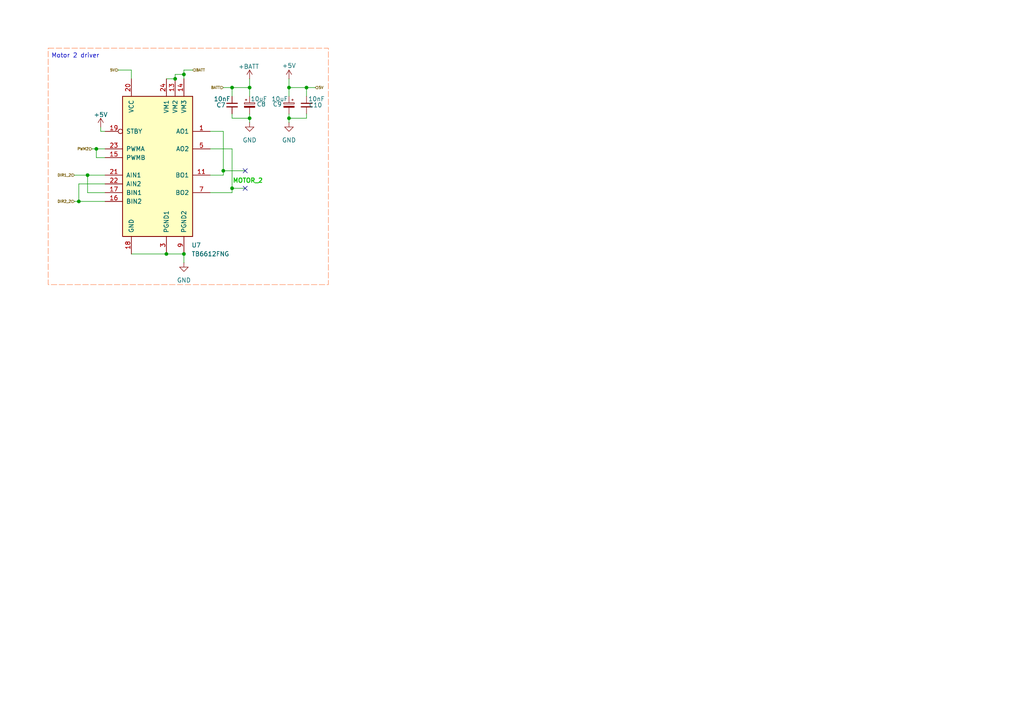
<source format=kicad_sch>
(kicad_sch (version 20231120) (generator "eeschema") (generator_version "8.0")
  (paper "A4")
  (lib_symbols
    (symbol "Device:C_Polarized_Small" (pin_numbers hide) (pin_names (offset 0.254) hide)
      (property "Reference" "C" (at 0.254 1.778 0))
      (property "Value" "C_Polarized_Small" (at 0.254 -2.032 0))
      (symbol "C_Polarized_Small_0_1"
        (rectangle (start -1.524 -0.3048) (end 1.524 -0.6858) (fill (type outline)))
        (rectangle (start -1.524 0.6858) (end 1.524 0.3048))
        (polyline (pts (xy -1.27 1.524) (xy -0.762 1.524)))
        (polyline (pts (xy -1.016 1.27) (xy -1.016 1.778)))
      )
      (symbol "C_Polarized_Small_1_1"
        (pin passive line (at 0 2.54 270) (length 1.8542) (name "~") (number "1"))
        (pin passive line (at 0 -2.54 90) (length 1.8542) (name "~") (number "2"))
      )
    )
    (symbol "Device:C_Small" (pin_numbers hide) (pin_names (offset 0.254) hide)
      (property "Reference" "C" (at 0.254 1.778 0))
      (property "Value" "C_Small" (at 0.254 -2.032 0))
      (symbol "C_Small_0_1"
        (polyline (pts (xy -1.524 -0.508) (xy 1.524 -0.508)) (stroke (width 0.3302)))
        (polyline (pts (xy -1.524 0.508) (xy 1.524 0.508)) (stroke (width 0.3048)))
      )
      (symbol "C_Small_1_1"
        (pin passive line (at 0 2.54 270) (length 2.032) (name "~") (number "1"))
        (pin passive line (at 0 -2.54 90) (length 2.032) (name "~") (number "2"))
      )
    )
    (symbol "Driver_Motor:TB6612FNG" (pin_names (offset 1.016))
      (property "Reference" "U" (at 11.43 17.78 0))
      (property "Value" "TB6612FNG" (at 11.43 15.24 0))
      (symbol "TB6612FNG_0_1"
        (rectangle (start -10.16 20.32) (end 10.16 -20.32) (stroke (width 0.254)) (fill (type background)))
      )
      (symbol "TB6612FNG_1_1"
        (pin output line (at 15.24 10.16 180) (length 5.08) (name "AO1") (number "1"))
        (pin passive line (at 7.62 -25.4 90) (length 5.08) hide (name "PGND2") (number "10"))
        (pin output line (at 15.24 -2.54 180) (length 5.08) (name "BO1") (number "11"))
        (pin passive line (at 15.24 -2.54 180) (length 5.08) hide (name "BO1") (number "12"))
        (pin power_in line (at 5.08 25.4 270) (length 5.08) (name "VM2") (number "13"))
        (pin power_in line (at 7.62 25.4 270) (length 5.08) (name "VM3") (number "14"))
        (pin input line (at -15.24 2.54 0) (length 5.08) (name "PWMB") (number "15"))
        (pin input line (at -15.24 -10.16 0) (length 5.08) (name "BIN2") (number "16"))
        (pin input line (at -15.24 -7.62 0) (length 5.08) (name "BIN1") (number "17"))
        (pin power_in line (at -7.62 -25.4 90) (length 5.08) (name "GND") (number "18"))
        (pin input inverted (at -15.24 10.16 0) (length 5.08) (name "STBY") (number "19"))
        (pin passive line (at 15.24 10.16 180) (length 5.08) hide (name "AO1") (number "2"))
        (pin power_in line (at -7.62 25.4 270) (length 5.08) (name "VCC") (number "20"))
        (pin input line (at -15.24 -2.54 0) (length 5.08) (name "AIN1") (number "21"))
        (pin input line (at -15.24 -5.08 0) (length 5.08) (name "AIN2") (number "22"))
        (pin input line (at -15.24 5.08 0) (length 5.08) (name "PWMA") (number "23"))
        (pin power_in line (at 2.54 25.4 270) (length 5.08) (name "VM1") (number "24"))
        (pin power_in line (at 2.54 -25.4 90) (length 5.08) (name "PGND1") (number "3"))
        (pin passive line (at 2.54 -25.4 90) (length 5.08) hide (name "PGND1") (number "4"))
        (pin output line (at 15.24 5.08 180) (length 5.08) (name "AO2") (number "5"))
        (pin passive line (at 15.24 5.08 180) (length 5.08) hide (name "AO2") (number "6"))
        (pin output line (at 15.24 -7.62 180) (length 5.08) (name "BO2") (number "7"))
        (pin passive line (at 15.24 -7.62 180) (length 5.08) hide (name "BO2") (number "8"))
        (pin power_in line (at 7.62 -25.4 90) (length 5.08) (name "PGND2") (number "9"))
      )
    )
    (symbol "power:+5V" (power) (pin_numbers hide) (pin_names (offset 0) hide)
      (property "Value" "+5V" (at 0 3.556 0))
      (symbol "+5V_0_1"
        (polyline (pts (xy -0.762 1.27) (xy 0 2.54)))
        (polyline (pts (xy 0 0) (xy 0 2.54)))
        (polyline (pts (xy 0 2.54) (xy 0.762 1.27)))
      )
      (symbol "+5V_1_1"
        (pin power_in line (at 0 0 90) (length 0) (name "~") (number "1"))
      )
    )
    (symbol "power:+BATT" (power) (pin_numbers hide) (pin_names (offset 0) hide)
      (property "Value" "+BATT" (at 0 3.556 0))
      (symbol "+BATT_0_1"
        (polyline (pts (xy -0.762 1.27) (xy 0 2.54)))
        (polyline (pts (xy 0 0) (xy 0 2.54)))
        (polyline (pts (xy 0 2.54) (xy 0.762 1.27)))
      )
      (symbol "+BATT_1_1"
        (pin power_in line (at 0 0 90) (length 0) (name "~") (number "1"))
      )
    )
    (symbol "power:GND" (power) (pin_numbers hide) (pin_names (offset 0) hide)
      (property "Value" "GND" (at 0 -3.81 0))
      (symbol "GND_0_1"
        (polyline (pts (xy 0 0) (xy 0 -1.27) (xy 1.27 -1.27) (xy 0 -2.54) (xy -1.27 -1.27) (xy 0 -1.27)))
      )
      (symbol "GND_1_1"
        (pin power_in line (at 0 0 270) (length 0) (name "~") (number "1"))
      )
    )
  )
  (junction (at 72.39 34.29))
  (junction (at 88.9 25.4))
  (junction (at 72.39 25.4))
  (junction (at 67.31 54.61))
  (junction (at 53.34 73.66))
  (junction (at 48.26 73.66))
  (junction (at 22.86 58.42))
  (junction (at 53.34 21.59))
  (junction (at 67.31 25.4))
  (junction (at 27.94 43.18))
  (junction (at 83.82 34.29))
  (junction (at 83.82 25.4))
  (junction (at 64.77 49.53))
  (junction (at 25.4 50.8))
  (junction (at 50.8 22.86))
  (no_connect (at 71.12 49.53))
  (no_connect (at 71.12 54.61))
  (wire (pts (xy 38.1 20.32) (xy 38.1 22.86)))
  (wire (pts (xy 53.34 21.59) (xy 53.34 20.32)))
  (wire (pts (xy 22.86 58.42) (xy 30.48 58.42)))
  (wire (pts (xy 27.94 43.18) (xy 27.94 45.72)))
  (wire (pts (xy 30.48 38.1) (xy 29.21 38.1)))
  (wire (pts (xy 27.94 45.72) (xy 30.48 45.72)))
  (wire (pts (xy 67.31 55.88) (xy 67.31 54.61)))
  (wire (pts (xy 27.94 43.18) (xy 30.48 43.18)))
  (wire (pts (xy 88.9 25.4) (xy 88.9 27.94)))
  (wire (pts (xy 21.59 58.42) (xy 22.86 58.42)))
  (wire (pts (xy 67.31 54.61) (xy 71.12 54.61)))
  (wire (pts (xy 53.34 21.59) (xy 50.8 21.59)))
  (wire (pts (xy 53.34 73.66) (xy 53.34 76.2)))
  (wire (pts (xy 48.26 22.86) (xy 50.8 22.86)))
  (wire (pts (xy 88.9 33.02) (xy 88.9 34.29)))
  (wire (pts (xy 22.86 53.34) (xy 30.48 53.34)))
  (wire (pts (xy 38.1 73.66) (xy 48.26 73.66)))
  (wire (pts (xy 83.82 34.29) (xy 83.82 35.56)))
  (wire (pts (xy 50.8 22.86) (xy 50.8 21.59)))
  (wire (pts (xy 25.4 50.8) (xy 30.48 50.8)))
  (wire (pts (xy 48.26 73.66) (xy 53.34 73.66)))
  (wire (pts (xy 67.31 33.02) (xy 67.31 34.29)))
  (wire (pts (xy 72.39 34.29) (xy 72.39 35.56)))
  (wire (pts (xy 67.31 25.4) (xy 72.39 25.4)))
  (wire (pts (xy 53.34 22.86) (xy 53.34 21.59)))
  (wire (pts (xy 64.77 50.8) (xy 64.77 49.53)))
  (wire (pts (xy 83.82 25.4) (xy 83.82 27.94)))
  (wire (pts (xy 72.39 25.4) (xy 72.39 27.94)))
  (wire (pts (xy 88.9 25.4) (xy 83.82 25.4)))
  (wire (pts (xy 53.34 20.32) (xy 55.88 20.32)))
  (wire (pts (xy 83.82 33.02) (xy 83.82 34.29)))
  (wire (pts (xy 60.96 38.1) (xy 64.77 38.1)))
  (wire (pts (xy 72.39 22.86) (xy 72.39 25.4)))
  (wire (pts (xy 22.86 53.34) (xy 22.86 58.42)))
  (wire (pts (xy 91.44 25.4) (xy 88.9 25.4)))
  (wire (pts (xy 60.96 43.18) (xy 67.31 43.18)))
  (wire (pts (xy 83.82 22.86) (xy 83.82 25.4)))
  (wire (pts (xy 72.39 33.02) (xy 72.39 34.29)))
  (wire (pts (xy 67.31 55.88) (xy 60.96 55.88)))
  (wire (pts (xy 64.77 49.53) (xy 71.12 49.53)))
  (wire (pts (xy 64.77 50.8) (xy 60.96 50.8)))
  (wire (pts (xy 64.77 38.1) (xy 64.77 49.53)))
  (wire (pts (xy 67.31 34.29) (xy 72.39 34.29)))
  (wire (pts (xy 21.59 50.8) (xy 25.4 50.8)))
  (wire (pts (xy 34.29 20.32) (xy 38.1 20.32)))
  (wire (pts (xy 64.77 25.4) (xy 67.31 25.4)))
  (wire (pts (xy 26.67 43.18) (xy 27.94 43.18)))
  (wire (pts (xy 67.31 43.18) (xy 67.31 54.61)))
  (wire (pts (xy 25.4 50.8) (xy 25.4 55.88)))
  (wire (pts (xy 25.4 55.88) (xy 30.48 55.88)))
  (wire (pts (xy 67.31 25.4) (xy 67.31 27.94)))
  (wire (pts (xy 88.9 34.29) (xy 83.82 34.29)))
  (wire (pts (xy 29.21 36.83) (xy 29.21 38.1)))
  (rectangle (start 13.97 13.97) (end 95.25 82.55) (stroke (width 0) (type dash) (color 255 133 81 1)))
  (text "Motor 2 driver " (at 22.352 16.256 0) (effects (font (size 1.27 1.27))))
  (text "MOTOR_2\n\n" (at 71.882 53.594 0) (effects (font (size 1.27 1.27) (thickness 0.254) (bold yes))))
  (hierarchical_label "BATT" (shape input) (at 64.77 25.4 180) (effects (font (size 0.762 0.762))))
  (hierarchical_label "5V" (shape input) (at 34.29 20.32 180) (effects (font (size 0.762 0.762))))
  (hierarchical_label "PWM2" (shape input) (at 26.67 43.18 180) (effects (font (size 0.762 0.762))))
  (hierarchical_label "5V" (shape input) (at 91.44 25.4 0) (effects (font (size 0.762 0.762))))
  (hierarchical_label "DIR2_2" (shape input) (at 21.59 58.42 180) (effects (font (size 0.762 0.762))))
  (hierarchical_label "BATT" (shape input) (at 55.88 20.32 0) (effects (font (size 0.762 0.762))))
  (hierarchical_label "DIR1_2" (shape input) (at 21.59 50.8 180) (effects (font (size 0.762 0.762))))
  (symbol (lib_id "power:+5V") (at 83.82 22.86 0) (unit 1)
    (property "Reference" "#PWR018" (effects (hide yes)))
    (property "Value" "+5V" (at 83.82 19.05 0))
    (property "Description" "Power symbol creates a global label with name \"+5V\"" (effects (hide yes)))
  )
  (symbol (lib_id "Driver_Motor:TB6612FNG") (at 45.72 48.26 0) (unit 1)
    (property "Reference" "U7" (at 55.5341 71.12 0) (effects (justify left)))
    (property "Value" "TB6612FNG" (at 55.5341 73.66 0) (effects (justify left)))
    (property "Footprint" "Package_SO:SSOP-24_5.3x8.2mm_P0.65mm" (effects (hide yes)))
    (property "Datasheet" "https://toshiba.semicon-storage.com/us/product/linear/motordriver/detail.TB6612FNG.html" (effects (hide yes)))
    (property "Description" "Driver IC for Dual DC motor, SSOP-24" (effects (hide yes)))
  )
  (symbol (lib_id "Device:C_Polarized_Small") (at 72.39 30.48 0) (unit 1)
    (property "Reference" "C8" (at 74.422 30.226 0) (effects (justify left)))
    (property "Value" "10uF" (at 72.644 28.702 0) (effects (justify left)))
    (property "Description" "Polarized capacitor, small symbol" (effects (hide yes)))
  )
  (symbol (lib_id "Device:C_Small") (at 67.31 30.48 0) (unit 1)
    (property "Reference" "C7" (at 62.738 30.48 0) (effects (justify left)))
    (property "Value" "10nF" (at 61.976 28.702 0) (effects (justify left)))
    (property "Description" "Unpolarized capacitor, small symbol" (effects (hide yes)))
  )
  (symbol (lib_id "power:GND") (at 53.34 76.2 0) (unit 1)
    (property "Reference" "#PWR015" (effects (hide yes)))
    (property "Value" "GND" (at 53.34 81.28 0))
    (property "Description" "Power symbol creates a global label with name \"GND\" , ground" (effects (hide yes)))
  )
  (symbol (lib_id "power:GND") (at 72.39 35.56 0) (unit 1)
    (property "Reference" "#PWR017" (effects (hide yes)))
    (property "Value" "GND" (at 72.39 40.64 0))
    (property "Description" "Power symbol creates a global label with name \"GND\" , ground" (effects (hide yes)))
  )
  (symbol (lib_id "power:+BATT") (at 72.39 22.86 0) (unit 1)
    (property "Reference" "#PWR016" (effects (hide yes)))
    (property "Value" "+BATT" (at 72.136 19.304 0))
    (property "Description" "Power symbol creates a global label with name \"+BATT\"" (effects (hide yes)))
  )
  (symbol (lib_id "power:+5V") (at 29.21 36.83 0) (unit 1)
    (property "Reference" "#PWR014" (effects (hide yes)))
    (property "Value" "+5V" (at 29.21 33.274 0))
    (property "Description" "Power symbol creates a global label with name \"+5V\"" (effects (hide yes)))
  )
  (symbol (lib_id "power:GND") (at 83.82 35.56 0) (mirror y) (unit 1)
    (property "Reference" "#PWR019" (effects (hide yes)))
    (property "Value" "GND" (at 83.82 40.64 0))
    (property "Description" "Power symbol creates a global label with name \"GND\" , ground" (effects (hide yes)))
  )
  (symbol (lib_id "Device:C_Polarized_Small") (at 83.82 30.48 0) (mirror y) (unit 1)
    (property "Reference" "C9" (at 81.788 30.226 0) (effects (justify left)))
    (property "Value" "10uF" (at 83.566 28.702 0) (effects (justify left)))
    (property "Description" "Polarized capacitor, small symbol" (effects (hide yes)))
  )
  (symbol (lib_id "Device:C_Small") (at 88.9 30.48 0) (mirror y) (unit 1)
    (property "Reference" "C10" (at 93.472 30.48 0) (effects (justify left)))
    (property "Value" "10nF" (at 94.234 28.702 0) (effects (justify left)))
    (property "Description" "Unpolarized capacitor, small symbol" (effects (hide yes)))
  )
)
</source>
